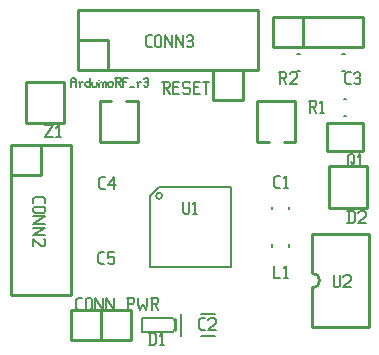
<source format=gbr>
G04 start of page 9 for group -4079 idx -4079 *
G04 Title: (unknown), topsilk *
G04 Creator: pcb 20110918 *
G04 CreationDate: Fri 07 Mar 2014 04:06:25 AM GMT UTC *
G04 For: julien *
G04 Format: Gerber/RS-274X *
G04 PCB-Dimensions: 120000 113000 *
G04 PCB-Coordinate-Origin: lower left *
%MOIN*%
%FSLAX25Y25*%
%LNTOPSILK*%
%ADD124C,0.0100*%
%ADD123C,0.0080*%
G54D123*X20000Y89560D02*Y87400D01*
Y89560D02*X20504Y90280D01*
X21296D01*
X21800Y89560D01*
Y87400D01*
X20000Y88840D02*X21800D01*
X23024Y88480D02*Y87400D01*
Y88480D02*X23384Y88840D01*
X24104D01*
X22664D02*X23024Y88480D01*
X26408Y90280D02*Y87400D01*
X26048D02*X26408Y87760D01*
X25328Y87400D02*X26048D01*
X24968Y87760D02*X25328Y87400D01*
X24968Y88480D02*Y87760D01*
Y88480D02*X25328Y88840D01*
X26048D01*
X26408Y88480D01*
X27272Y88840D02*Y87760D01*
X27632Y87400D01*
X28352D01*
X28712Y87760D01*
Y88840D02*Y87760D01*
X29576Y89560D02*Y89488D01*
Y88480D02*Y87400D01*
X30656Y88480D02*Y87400D01*
Y88480D02*X31016Y88840D01*
X31376D01*
X31736Y88480D01*
Y87400D01*
X30296Y88840D02*X30656Y88480D01*
X32600D02*Y87760D01*
Y88480D02*X32960Y88840D01*
X33680D01*
X34040Y88480D01*
Y87760D01*
X33680Y87400D02*X34040Y87760D01*
X32960Y87400D02*X33680D01*
X32600Y87760D02*X32960Y87400D01*
X34904Y90280D02*X36344D01*
X36704Y89920D01*
Y89200D01*
X36344Y88840D02*X36704Y89200D01*
X35264Y88840D02*X36344D01*
X35264Y90280D02*Y87400D01*
X35840Y88840D02*X36704Y87400D01*
X37568Y90280D02*Y87400D01*
Y90280D02*X39008D01*
X37568Y88984D02*X38648D01*
X39872Y87400D02*X41312D01*
X42536Y88480D02*Y87400D01*
Y88480D02*X42896Y88840D01*
X43616D01*
X42176D02*X42536Y88480D01*
X44480Y89920D02*X44840Y90280D01*
X45560D01*
X45920Y89920D01*
X45560Y87400D02*X45920Y87760D01*
X44840Y87400D02*X45560D01*
X44480Y87760D02*X44840Y87400D01*
Y88984D02*X45560D01*
X45920Y89920D02*Y89344D01*
Y88624D02*Y87760D01*
Y88624D02*X45560Y88984D01*
X45920Y89344D02*X45560Y88984D01*
G54D124*X0Y68000D02*Y18000D01*
X20000D01*
Y68000D01*
X0D01*
Y58000D02*X10000D01*
Y68000D01*
X5000Y89000D02*Y75100D01*
X17800D01*
Y89000D01*
X5000D01*
X100500Y7250D02*X119500D01*
Y38250D02*Y7250D01*
X100500Y38250D02*X119500D01*
X100500Y20250D02*Y7250D01*
Y38250D02*Y25250D01*
Y20250D02*G75*G03X100500Y25250I0J2500D01*G01*
G54D123*X92755Y34850D02*Y34064D01*
X87245Y34850D02*Y34064D01*
X92755Y47350D02*Y46564D01*
X87245Y47350D02*Y46564D01*
X49521Y53879D02*X73379D01*
Y27121D01*
X46621D02*X73379D01*
X46621Y50979D02*Y27121D01*
Y50979D02*X49521Y53879D01*
X48521Y50979D02*G75*G03X48521Y50979I1000J0D01*G01*
G54D124*X40000Y13000D02*Y3000D01*
X20000Y13000D02*X40000D01*
X20000D02*Y3000D01*
X40000D01*
X30000Y13000D02*X40000D01*
X30000D02*Y3000D01*
X54900Y9775D02*Y6225D01*
G54D123*X54700Y9000D02*X54100Y10375D01*
X43808D02*X54100D01*
X43808D02*Y5625D01*
X54100D01*
X54700Y7000D02*X54100Y5625D01*
X63543Y11740D02*X68267D01*
X63543Y4260D02*X68267D01*
X56805Y11740D02*Y4260D01*
G54D124*X29729Y82484D02*Y69068D01*
X42356D01*
Y82484D02*Y69068D01*
X29729Y82484D02*X33542D01*
X38542D02*X42356D01*
X22500Y93000D02*X82500D01*
Y113000D02*Y93000D01*
X22500Y113000D02*X82500D01*
X22500D02*Y93000D01*
X32500Y103000D02*Y93000D01*
X22500Y103000D02*X32500D01*
X94856Y82484D02*Y69068D01*
X82228Y82484D02*X94856D01*
X82228D02*Y69068D01*
X91042D02*X94856D01*
X82228D02*X86042D01*
X67500Y93000D02*Y83000D01*
X77500D01*
Y93000D01*
X67500D01*
Y83000D02*X77500D01*
Y93000D01*
G54D123*X110650Y98255D02*X111436D01*
X110650Y92745D02*X111436D01*
X95650D02*X96436D01*
X95650Y98255D02*X96436D01*
G54D124*X87500Y100500D02*X117500D01*
Y110500D02*Y100500D01*
X87500Y110500D02*X117500D01*
X87500D02*Y100500D01*
X97500Y110500D02*Y100500D01*
X87500Y110500D02*X97500D01*
X106100Y60800D02*Y46900D01*
X118900D01*
Y60800D01*
X106100D01*
G54D123*X111064Y77745D02*X111850D01*
X111064Y83255D02*X111850D01*
G54D124*X105600Y65800D02*X117500D01*
Y75200D02*Y65800D01*
X105600Y75200D02*X117500D01*
X105600D02*Y65800D01*
G54D123*X7500Y49800D02*Y48500D01*
X8200Y50500D02*X7500Y49800D01*
X8200Y50500D02*X10800D01*
X11500Y49800D01*
Y48500D01*
X8000Y47300D02*X11000D01*
X11500Y46800D01*
Y45800D01*
X11000Y45300D01*
X8000D02*X11000D01*
X7500Y45800D02*X8000Y45300D01*
X7500Y46800D02*Y45800D01*
X8000Y47300D02*X7500Y46800D01*
Y44100D02*X11500D01*
X7500Y41600D01*
X11500D01*
X7500Y40400D02*X11500D01*
X7500Y37900D01*
X11500D01*
X11000Y36700D02*X11500Y36200D01*
Y34700D01*
X11000Y34200D01*
X10000D02*X11000D01*
X7500Y36700D02*X10000Y34200D01*
X7500Y36700D02*Y34200D01*
X11500Y74500D02*X14000D01*
X11500Y70500D02*X14000Y74500D01*
X11500Y70500D02*X14000D01*
X15200Y73700D02*X16000Y74500D01*
Y70500D01*
X15200D02*X16700D01*
X29991Y28150D02*X31291D01*
X29291Y28850D02*X29991Y28150D01*
X29291Y31450D02*Y28850D01*
Y31450D02*X29991Y32150D01*
X31291D01*
X32491D02*X34491D01*
X32491D02*Y30150D01*
X32991Y30650D01*
X33991D01*
X34491Y30150D01*
Y28650D01*
X33991Y28150D02*X34491Y28650D01*
X32991Y28150D02*X33991D01*
X32491Y28650D02*X32991Y28150D01*
X30109Y53150D02*X31409D01*
X29409Y53850D02*X30109Y53150D01*
X29409Y56450D02*Y53850D01*
Y56450D02*X30109Y57150D01*
X31409D01*
X32609Y54650D02*X34609Y57150D01*
X32609Y54650D02*X35109D01*
X34609Y57150D02*Y53150D01*
X87893Y27650D02*Y23650D01*
X89893D01*
X91093Y26850D02*X91893Y27650D01*
Y23650D01*
X91093D02*X92593D01*
X22510Y13000D02*X23810D01*
X21810Y13700D02*X22510Y13000D01*
X21810Y16300D02*Y13700D01*
Y16300D02*X22510Y17000D01*
X23810D01*
X25010Y16500D02*Y13500D01*
Y16500D02*X25510Y17000D01*
X26510D01*
X27010Y16500D01*
Y13500D01*
X26510Y13000D02*X27010Y13500D01*
X25510Y13000D02*X26510D01*
X25010Y13500D02*X25510Y13000D01*
X28210Y17000D02*Y13000D01*
Y17000D02*X30710Y13000D01*
Y17000D02*Y13000D01*
X31910Y17000D02*Y13000D01*
Y17000D02*X34410Y13000D01*
Y17000D02*Y13000D01*
X35610D02*X37610D01*
X39310Y17000D02*Y13000D01*
X38810Y17000D02*X40810D01*
X41310Y16500D01*
Y15500D01*
X40810Y15000D02*X41310Y15500D01*
X39310Y15000D02*X40810D01*
X42510Y17000D02*Y15000D01*
X43010Y13000D01*
X44010Y15000D01*
X45010Y13000D01*
X45510Y15000D01*
Y17000D02*Y15000D01*
X46710Y17000D02*X48710D01*
X49210Y16500D01*
Y15500D01*
X48710Y15000D02*X49210Y15500D01*
X47210Y15000D02*X48710D01*
X47210Y17000D02*Y13000D01*
X48010Y15000D02*X49210Y13000D01*
X63455Y6150D02*X64755D01*
X62755Y6850D02*X63455Y6150D01*
X62755Y9450D02*Y6850D01*
Y9450D02*X63455Y10150D01*
X64755D01*
X65955Y9650D02*X66455Y10150D01*
X67955D01*
X68455Y9650D01*
Y8650D01*
X65955Y6150D02*X68455Y8650D01*
X65955Y6150D02*X68455D01*
X46500Y5146D02*Y1146D01*
X47800Y5146D02*X48500Y4446D01*
Y1846D01*
X47800Y1146D02*X48500Y1846D01*
X46000Y1146D02*X47800D01*
X46000Y5146D02*X47800D01*
X49700Y4346D02*X50500Y5146D01*
Y1146D01*
X49700D02*X51200D01*
X107750Y24500D02*Y21000D01*
X108250Y20500D01*
X109250D01*
X109750Y21000D01*
Y24500D02*Y21000D01*
X110950Y24000D02*X111450Y24500D01*
X112950D01*
X113450Y24000D01*
Y23000D01*
X110950Y20500D02*X113450Y23000D01*
X110950Y20500D02*X113450D01*
X45700Y100500D02*X47000D01*
X45000Y101200D02*X45700Y100500D01*
X45000Y103800D02*Y101200D01*
Y103800D02*X45700Y104500D01*
X47000D01*
X48200Y104000D02*Y101000D01*
Y104000D02*X48700Y104500D01*
X49700D01*
X50200Y104000D01*
Y101000D01*
X49700Y100500D02*X50200Y101000D01*
X48700Y100500D02*X49700D01*
X48200Y101000D02*X48700Y100500D01*
X51400Y104500D02*Y100500D01*
Y104500D02*X53900Y100500D01*
Y104500D02*Y100500D01*
X55100Y104500D02*Y100500D01*
Y104500D02*X57600Y100500D01*
Y104500D02*Y100500D01*
X58800Y104000D02*X59300Y104500D01*
X60300D01*
X60800Y104000D01*
X60300Y100500D02*X60800Y101000D01*
X59300Y100500D02*X60300D01*
X58800Y101000D02*X59300Y100500D01*
Y102700D02*X60300D01*
X60800Y104000D02*Y103200D01*
Y102200D02*Y101000D01*
Y102200D02*X60300Y102700D01*
X60800Y103200D02*X60300Y102700D01*
X89393Y92150D02*X91393D01*
X91893Y91650D01*
Y90650D01*
X91393Y90150D02*X91893Y90650D01*
X89893Y90150D02*X91393D01*
X89893Y92150D02*Y88150D01*
X90693Y90150D02*X91893Y88150D01*
X93093Y91650D02*X93593Y92150D01*
X95093D01*
X95593Y91650D01*
Y90650D01*
X93093Y88150D02*X95593Y90650D01*
X93093Y88150D02*X95593D01*
X99393Y82650D02*X101393D01*
X101893Y82150D01*
Y81150D01*
X101393Y80650D02*X101893Y81150D01*
X99893Y80650D02*X101393D01*
X99893Y82650D02*Y78650D01*
X100693Y80650D02*X101893Y78650D01*
X103093Y81850D02*X103893Y82650D01*
Y78650D01*
X103093D02*X104593D01*
X112093Y88150D02*X113393D01*
X111393Y88850D02*X112093Y88150D01*
X111393Y91450D02*Y88850D01*
Y91450D02*X112093Y92150D01*
X113393D01*
X114593Y91650D02*X115093Y92150D01*
X116093D01*
X116593Y91650D01*
X116093Y88150D02*X116593Y88650D01*
X115093Y88150D02*X116093D01*
X114593Y88650D02*X115093Y88150D01*
Y90350D02*X116093D01*
X116593Y91650D02*Y90850D01*
Y89850D02*Y88650D01*
Y89850D02*X116093Y90350D01*
X116593Y90850D02*X116093Y90350D01*
X112700Y45900D02*Y41900D01*
X114000Y45900D02*X114700Y45200D01*
Y42600D01*
X114000Y41900D02*X114700Y42600D01*
X112200Y41900D02*X114000D01*
X112200Y45900D02*X114000D01*
X115900Y45400D02*X116400Y45900D01*
X117900D01*
X118400Y45400D01*
Y44400D01*
X115900Y41900D02*X118400Y44400D01*
X115900Y41900D02*X118400D01*
X112600Y64300D02*Y61300D01*
Y64300D02*X113100Y64800D01*
X114100D01*
X114600Y64300D01*
Y61800D01*
X113600Y60800D02*X114600Y61800D01*
X113100Y60800D02*X113600D01*
X112600Y61300D02*X113100Y60800D01*
X113600Y62300D02*X114600Y60800D01*
X115800Y64000D02*X116600Y64800D01*
Y60800D01*
X115800D02*X117300D01*
X50500Y89000D02*X52500D01*
X53000Y88500D01*
Y87500D01*
X52500Y87000D02*X53000Y87500D01*
X51000Y87000D02*X52500D01*
X51000Y89000D02*Y85000D01*
X51800Y87000D02*X53000Y85000D01*
X54200Y87200D02*X55700D01*
X54200Y85000D02*X56200D01*
X54200Y89000D02*Y85000D01*
Y89000D02*X56200D01*
X59400D02*X59900Y88500D01*
X57900Y89000D02*X59400D01*
X57400Y88500D02*X57900Y89000D01*
X57400Y88500D02*Y87500D01*
X57900Y87000D01*
X59400D01*
X59900Y86500D01*
Y85500D01*
X59400Y85000D02*X59900Y85500D01*
X57900Y85000D02*X59400D01*
X57400Y85500D02*X57900Y85000D01*
X61100Y87200D02*X62600D01*
X61100Y85000D02*X63100D01*
X61100Y89000D02*Y85000D01*
Y89000D02*X63100D01*
X64300D02*X66300D01*
X65300D02*Y85000D01*
X57500Y49000D02*Y45500D01*
X58000Y45000D01*
X59000D01*
X59500Y45500D01*
Y49000D02*Y45500D01*
X60700Y48200D02*X61500Y49000D01*
Y45000D01*
X60700D02*X62200D01*
X88593Y53650D02*X89893D01*
X87893Y54350D02*X88593Y53650D01*
X87893Y56950D02*Y54350D01*
Y56950D02*X88593Y57650D01*
X89893D01*
X91093Y56850D02*X91893Y57650D01*
Y53650D01*
X91093D02*X92593D01*
M02*

</source>
